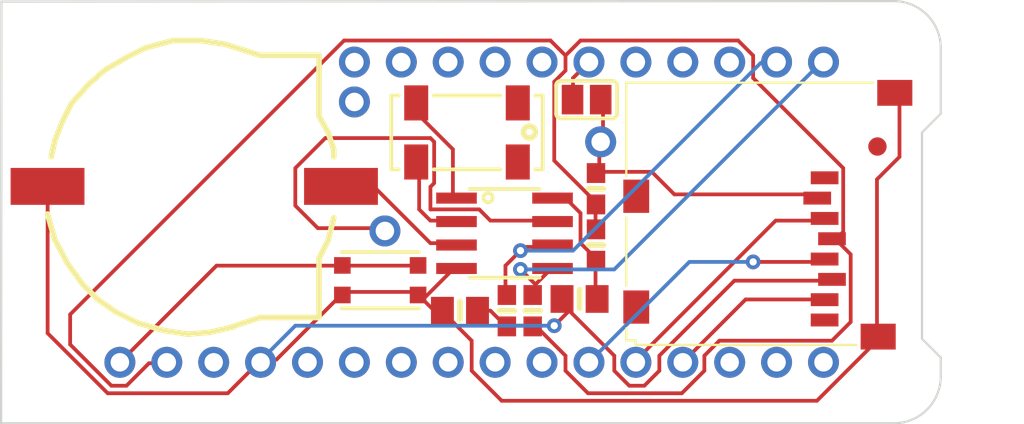
<source format=kicad_pcb>
(kicad_pcb (version 20221018) (generator pcbnew)
  (layers (0 "F.Cu" signal "Top") (31 "B.Cu" signal "Bottom") (34 "B.Paste" user) (35 "F.Paste" user) (36 "B.SilkS" user "B.Silkscreen") (37 "F.SilkS" user "F.Silkscreen") (38 "B.Mask" user) (39 "F.Mask" user) (44 "Edge.Cuts" user))
  (net 0 "")
  (net 1 "G")
  (net 2 "TX")
  (net 3 "RX")
  (net 4 "F")
  (net 5 "E")
  (net 6 "D")
  (net 7 "C")
  (net 8 "B")
  (net 9 "A")
  (net 10 "AREF")
  (net 11 "USB")
  (net 12 "N")
  (net 13 "M")
  (net 14 "L")
  (net 15 "J")
  (net 16 "I")
  (net 17 "H")
  (net 18 "SCL")
  (net 19 "SDA")
  (net 20 "GND")
  (net 21 "MOSI")
  (net 22 "MISO")
  (net 23 "SCK")
  (net 24 "+3V3")
  (net 25 "SD_CS")
  (net 26 "RESET")
  (net 27 "N$7")
  (net 28 "N$8")
  (net 29 "VBAT")
  (net 30 "EN")
  (net 31 "CR1220")
  (net 32 "INT1")
  (net 33 "CS")
  (net 34 "N$1")
  (footprint "MICROSD" (layer "F.Cu") (at 167.132 105.156 90)
    (fp_text reference "X4" hide)
    (fp_text value "microsd" hide)
    (fp_line (start -7.035 -9.76) (end -7.035 2.19) (layer "F.SilkS") (stroke (width 0.127)))
    (fp_line (start -6.785 -10.26) (end -6.785 -9.76) (layer "F.SilkS") (stroke (width 0.127)))
    (fp_line (start -6.785 -9.76) (end -7.035 -9.76) (layer "F.SilkS") (stroke (width 0.127)))
    (fp_line (start -6.135 -10.26) (end -6.785 -10.26) (layer "F.SilkS") (stroke (width 0.127)))
    (fp_line (start -3.835 -10.26) (end -0.135 -10.26) (layer "F.SilkS") (stroke (width 0.127)))
    (fp_line (start 2.115 -10.26) (end 7.165 -10.26) (layer "F.SilkS") (stroke (width 0.127)))
    (fp_line (start 7.165 -10.26) (end 7.165 3.09) (layer "F.SilkS") (stroke (width 0.127)))
    (pad "1" smd rect locked (at 2.015 0.48 90) (size 0.7 1.5) (layers "F.Cu" "F.Paste" "F.Mask"))
    (pad "2" smd rect locked (at 0.915 0.08 90) (size 0.7 1.5) (layers "F.Cu" "F.Paste" "F.Mask") (net 25 "SD_CS"))
    (pad "3" smd rect locked (at -0.185 0.48 90) (size 0.7 1.5) (layers "F.Cu" "F.Paste" "F.Mask") (net 21 "MOSI"))
    (pad "4" smd rect locked (at -1.285 0.88 90) (size 0.7 1.5) (layers "F.Cu" "F.Paste" "F.Mask") (net 24 "+3V3"))
    (pad "5" smd rect locked (at -2.385 0.48 90) (size 0.7 1.5) (layers "F.Cu" "F.Paste" "F.Mask") (net 23 "SCK"))
    (pad "6" smd rect locked (at -3.485 0.88 90) (size 0.7 1.5) (layers "F.Cu" "F.Paste" "F.Mask") (net 20 "GND"))
    (pad "7" smd rect locked (at -4.585 0.48 90) (size 0.7 1.5) (layers "F.Cu" "F.Paste" "F.Mask") (net 22 "MISO"))
    (pad "8" smd rect locked (at -5.685 0.48 90) (size 0.7 1.5) (layers "F.Cu" "F.Paste" "F.Mask"))
    (pad "CD1" smd rect locked (at -4.985 -9.72 180) (size 1.4 1.8) (layers "F.Cu" "F.Paste" "F.Mask"))
    (pad "CD2" smd rect locked (at 1.015 -9.72 180) (size 1.4 1.8) (layers "F.Cu" "F.Paste" "F.Mask"))
    (pad "MT1" smd rect locked (at -6.585 3.38 90) (size 1.4 1.9) (layers "F.Cu" "F.Paste" "F.Mask") (net 20 "GND"))
    (pad "MT2" smd rect locked (at 6.615 4.28 90) (size 1.4 1.9) (layers "F.Cu" "F.Paste" "F.Mask") (net 20 "GND"))
  )
  (footprint "BTN_KMR2_4.6X2.8" (layer "F.Cu") (at 143.5481 108.6866 180)
    (fp_text reference "SW1" hide)
    (fp_text value "KMR2" hide)
    (fp_line (start -2.1 -1.5254) (end 2.1 -1.5254) (layer "F.SilkS") (stroke (width 0.2032)))
    (fp_line (start 2.1 1.5254) (end -2.1 1.5254) (layer "F.SilkS") (stroke (width 0.2032)))
    (pad "A" smd rect (at 2.05 -0.8 180) (size 0.9 0.9) (layers "F.Cu" "F.Paste" "F.Mask") (net 20 "GND"))
    (pad "A'" smd rect (at -2.05 -0.8 180) (size 0.9 0.9) (layers "F.Cu" "F.Paste" "F.Mask") (net 20 "GND"))
    (pad "B" smd rect (at 2.05 0.8 180) (size 0.9 0.9) (layers "F.Cu" "F.Paste" "F.Mask") (net 26 "RESET"))
    (pad "B'" smd rect (at -2.05 0.8 180) (size 0.9 0.9) (layers "F.Cu" "F.Paste" "F.Mask") (net 26 "RESET"))
  )
  (footprint "SOIC8_150MIL" (layer "F.Cu") (at 150.2791 106.1466 -90)
    (fp_text reference "IC1" hide)
    (fp_text value "PCF8523T" hide)
    (fp_line (start -2.4 1.9) (end -2.4 -1.9) (layer "F.SilkS") (stroke (width 0.2032)))
    (fp_line (start 2.4 -1.9) (end 2.4 1.9) (layer "F.SilkS") (stroke (width 0.2032)))
    (fp_circle (center -1.9304 0.889) (end -1.6764 0.889) (layer "F.SilkS") (stroke (width 0.2032)) (fill none))
    (pad "1" smd rect (at -1.905 2.6 270) (size 0.6 2.2) (layers "F.Cu" "F.Paste" "F.Mask") (net 27 "N$7"))
    (pad "2" smd rect (at -0.635 2.6 270) (size 0.6 2.2) (layers "F.Cu" "F.Paste" "F.Mask") (net 28 "N$8"))
    (pad "3" smd rect (at 0.635 2.6 270) (size 0.6 2.2) (layers "F.Cu" "F.Paste" "F.Mask") (net 31 "CR1220"))
    (pad "4" smd rect (at 1.905 2.6 270) (size 0.6 2.2) (layers "F.Cu" "F.Paste" "F.Mask") (net 20 "GND"))
    (pad "5" smd rect (at 1.905 -2.6 270) (size 0.6 2.2) (layers "F.Cu" "F.Paste" "F.Mask") (net 19 "SDA"))
    (pad "6" smd rect (at 0.635 -2.6 270) (size 0.6 2.2) (layers "F.Cu" "F.Paste" "F.Mask") (net 18 "SCL"))
    (pad "7" smd rect (at -0.635 -2.6 270) (size 0.6 2.2) (layers "F.Cu" "F.Paste" "F.Mask") (net 32 "INT1"))
    (pad "8" smd rect (at -1.905 -2.6 270) (size 0.6 2.2) (layers "F.Cu" "F.Paste" "F.Mask") (net 34 "N$1"))
  )
  (footprint "CRYSTAL_8X3.8" (layer "F.Cu") (at 148.2471 100.6856)
    (fp_text reference "Y1" hide)
    (fp_text value "32khz" hide)
    (fp_line (start -4.1 -2) (end -4.1 2) (layer "F.SilkS") (stroke (width 0.2032)))
    (fp_line (start -4.1 2) (end -3.7 2) (layer "F.SilkS") (stroke (width 0.2032)))
    (fp_line (start -3.7 -2) (end -4.1 -2) (layer "F.SilkS") (stroke (width 0.2032)))
    (fp_line (start -1.8 -2) (end 1.8 -2) (layer "F.SilkS") (stroke (width 0.2032)))
    (fp_line (start -1.8 2) (end 1.8 2) (layer "F.SilkS") (stroke (width 0.2032)))
    (fp_line (start 3.7 -2) (end 4.1 -2) (layer "F.SilkS") (stroke (width 0.2032)))
    (fp_line (start 4.1 -2) (end 4.1 2) (layer "F.SilkS") (stroke (width 0.2032)))
    (fp_line (start 4.1 2) (end 3.7 2) (layer "F.SilkS") (stroke (width 0.2032)))
    (fp_circle (center 3.3782 -0.0254) (end 3.701487 -0.0254) (layer "F.SilkS") (stroke (width 0.3048)) (fill none))
    (pad "P$1" smd rect (at -2.75 1.6) (size 1.3 1.9) (layers "F.Cu" "F.Paste" "F.Mask") (net 28 "N$8"))
    (pad "P$2" smd rect (at 2.75 1.6) (size 1.3 1.9) (layers "F.Cu" "F.Paste" "F.Mask"))
    (pad "P$3" smd rect (at 2.75 -1.6) (size 1.3 1.9) (layers "F.Cu" "F.Paste" "F.Mask"))
    (pad "P$4" smd rect (at -2.75 -1.6) (size 1.3 1.9) (layers "F.Cu" "F.Paste" "F.Mask") (net 27 "N$7"))
  )
  (footprint "0603-NO" (layer "F.Cu") (at 151.8031 110.3376 -90)
    (fp_text reference "R1" hide)
    (fp_text value "10K" hide)
    (fp_line (start 0 -0.4) (end 0 0.4) (layer "F.SilkS") (stroke (width 0.3048)))
    (pad "1" smd rect (at -0.85 0 270) (size 1.075 1) (layers "F.Cu" "F.Paste" "F.Mask") (net 19 "SDA"))
    (pad "2" smd rect (at 0.85 0 270) (size 1.075 1) (layers "F.Cu" "F.Paste" "F.Mask") (net 24 "+3V3"))
  )
  (footprint "0603-NO" (layer "F.Cu") (at 150.4061 110.3376 -90)
    (fp_text reference "R2" hide)
    (fp_text value "10K" hide)
    (fp_line (start 0 -0.4) (end 0 0.4) (layer "F.SilkS") (stroke (width 0.3048)))
    (pad "1" smd rect (at -0.85 0 270) (size 1.075 1) (layers "F.Cu" "F.Paste" "F.Mask") (net 18 "SCL"))
    (pad "2" smd rect (at 0.85 0 270) (size 1.075 1) (layers "F.Cu" "F.Paste" "F.Mask") (net 24 "+3V3"))
  )
  (footprint "0603-NO" (layer "F.Cu") (at 155.2321 103.7336 -90)
    (fp_text reference "R3" hide)
    (fp_text value "100K" hide)
    (fp_line (start 0 -0.4) (end 0 0.4) (layer "F.SilkS") (stroke (width 0.3048)))
    (pad "1" smd rect (at -0.85 0 270) (size 1.075 1) (layers "F.Cu" "F.Paste" "F.Mask") (net 25 "SD_CS"))
    (pad "2" smd rect (at 0.85 0 270) (size 1.075 1) (layers "F.Cu" "F.Paste" "F.Mask") (net 24 "+3V3"))
  )
  (footprint "CR1220-2" (layer "F.Cu") (at 133.1341 103.6066)
    (fp_text reference "B1" hide)
    (fp_text value "cr1220" hide)
    (fp_line (start -7.6 1.5) (end -7.2 2.9) (layer "F.SilkS") (stroke (width 0.3048)))
    (fp_line (start -7.4 -1.6) (end -7.2 -2.5) (layer "F.SilkS") (stroke (width 0.3048)))
    (fp_line (start -7.2 -2.5) (end -6.8 -3.5) (layer "F.SilkS") (stroke (width 0.3048)))
    (fp_line (start -7.2 2.9) (end -6.5 4.2) (layer "F.SilkS") (stroke (width 0.3048)))
    (fp_line (start -6.8 -3.5) (end -6.3 -4.5) (layer "F.SilkS") (stroke (width 0.3048)))
    (fp_line (start -6.5 4.2) (end -5.7 5.3) (layer "F.SilkS") (stroke (width 0.3048)))
    (fp_line (start -6.3 -4.5) (end -5.4 -5.5) (layer "F.SilkS") (stroke (width 0.3048)))
    (fp_line (start -5.7 5.3) (end -4.9 6.1) (layer "F.SilkS") (stroke (width 0.3048)))
    (fp_line (start -5.4 -5.5) (end -4.5 -6.3) (layer "F.SilkS") (stroke (width 0.3048)))
    (fp_line (start -4.9 6.1) (end -3.9 6.8) (layer "F.SilkS") (stroke (width 0.3048)))
    (fp_line (start -4.5 -6.3) (end -3.3 -7) (layer "F.SilkS") (stroke (width 0.3048)))
    (fp_line (start -3.9 6.8) (end -2.7 7.4) (layer "F.SilkS") (stroke (width 0.3048)))
    (fp_line (start -3.3 -7) (end -2.3 -7.5) (layer "F.SilkS") (stroke (width 0.3048)))
    (fp_line (start -2.7 7.4) (end -1.3 7.8) (layer "F.SilkS") (stroke (width 0.3048)))
    (fp_line (start -2.3 -7.5) (end -0.8 -7.9) (layer "F.SilkS") (stroke (width 0.3048)))
    (fp_line (start -1.3 7.8) (end 0 8) (layer "F.SilkS") (stroke (width 0.3048)))
    (fp_line (start -0.8 -7.9) (end 0.7 -7.9) (layer "F.SilkS") (stroke (width 0.3048)))
    (fp_line (start 0 8) (end 1.2 7.9) (layer "F.SilkS") (stroke (width 0.3048)))
    (fp_line (start 0.7 -7.9) (end 2 -7.7) (layer "F.SilkS") (stroke (width 0.3048)))
    (fp_line (start 1.2 7.9) (end 2.5 7.6) (layer "F.SilkS") (stroke (width 0.3048)))
    (fp_line (start 2 -7.7) (end 3.9 -7.1) (layer "F.SilkS") (stroke (width 0.3048)))
    (fp_line (start 2.4 7.6) (end 3.9 7.1) (layer "F.SilkS") (stroke (width 0.3048)))
    (fp_line (start 3.95 -7.1) (end 7.1 -7.1) (layer "F.SilkS") (stroke (width 0.3048)))
    (fp_line (start 3.95 7.1) (end 7.1 7.1) (layer "F.SilkS") (stroke (width 0.3048)))
    (fp_line (start 7.1 -7.1) (end 7.1 -3.8) (layer "F.SilkS") (stroke (width 0.3048)))
    (fp_line (start 7.1 -3.8) (end 7.6 -2.9) (layer "F.SilkS") (stroke (width 0.3048)))
    (fp_line (start 7.1 3.9) (end 7.6 2.9) (layer "F.SilkS") (stroke (width 0.3048)))
    (fp_line (start 7.1 7.1) (end 7.1 3.9) (layer "F.SilkS") (stroke (width 0.3048)))
    (fp_line (start 7.6 -2.9) (end 7.9 -2) (layer "F.SilkS") (stroke (width 0.3048)))
    (fp_line (start 7.6 2.9) (end 7.9 1.7) (layer "F.SilkS") (stroke (width 0.3048)))
    (fp_line (start 7.9 -2) (end 7.9 -1.6) (layer "F.SilkS") (stroke (width 0.3048)))
    (pad "" np_thru_hole circle locked (at -3.5 0) (size 1.5 1.5) (drill 1.5) (layers *.Cu *.Mask))
    (pad "" np_thru_hole circle locked (at 3.95 0) (size 1.5 1.5) (drill 1.5) (layers *.Cu *.Mask))
    (pad "+" smd rect locked (at 8.29 0) (size 4 2) (layers "F.Cu" "F.Paste" "F.Mask") (net 31 "CR1220"))
    (pad "-" smd rect locked (at -7.6 0) (size 4 2) (layers "F.Cu" "F.Paste" "F.Mask") (net 20 "GND"))
  )
  (footprint "0805-NO" (layer "F.Cu") (at 154.3431 109.7026 180)
    (fp_text reference "C1" hide)
    (fp_text value "10uF" hide)
    (fp_line (start 0 -0.508) (end 0 0.508) (layer "F.SilkS") (stroke (width 0.3048)))
    (pad "1" smd rect (at -0.95 0 180) (size 1.24 1.5) (layers "F.Cu" "F.Paste" "F.Mask") (net 34 "N$1"))
    (pad "2" smd rect (at 0.95 0 180) (size 1.24 1.5) (layers "F.Cu" "F.Paste" "F.Mask") (net 20 "GND"))
  )
  (footprint "1X11_ROUND" (layer "F.Cu") (at 154.8511 96.8756)
    (fp_text reference "JP1" hide)
    (fp_text value "")
    (pad "1" thru_hole circle locked (at -12.7 0 90) (size 1.6764 1.6764) (drill 1) (layers *.Cu *.Mask) (net 30 "EN"))
    (pad "2" thru_hole circle locked (at -10.16 0 90) (size 1.6764 1.6764) (drill 1) (layers *.Cu *.Mask) (net 11 "USB"))
    (pad "3" thru_hole circle locked (at -7.62 0 90) (size 1.6764 1.6764) (drill 1) (layers *.Cu *.Mask) (net 12 "N"))
    (pad "4" thru_hole circle locked (at -5.08 0 90) (size 1.6764 1.6764) (drill 1) (layers *.Cu *.Mask) (net 13 "M"))
    (pad "5" thru_hole circle locked (at -2.54 0 90) (size 1.6764 1.6764) (drill 1) (layers *.Cu *.Mask) (net 14 "L"))
    (pad "6" thru_hole circle locked (at 0 0 90) (size 1.6764 1.6764) (drill 1) (layers *.Cu *.Mask) (net 33 "CS"))
    (pad "7" thru_hole circle locked (at 2.54 0 90) (size 1.6764 1.6764) (drill 1) (layers *.Cu *.Mask) (net 15 "J"))
    (pad "8" thru_hole circle locked (at 5.08 0 90) (size 1.6764 1.6764) (drill 1) (layers *.Cu *.Mask) (net 16 "I"))
    (pad "9" thru_hole circle locked (at 7.62 0 90) (size 1.6764 1.6764) (drill 1) (layers *.Cu *.Mask) (net 17 "H"))
    (pad "10" thru_hole circle locked (at 10.16 0 90) (size 1.6764 1.6764) (drill 1) (layers *.Cu *.Mask) (net 18 "SCL"))
    (pad "11" thru_hole circle locked (at 12.7 0 90) (size 1.6764 1.6764) (drill 1) (layers *.Cu *.Mask) (net 19 "SDA"))
  )
  (footprint "1X16_ROUND" (layer "F.Cu") (at 148.5011 113.1316 180)
    (fp_text reference "JP2" hide)
    (fp_text value "")
    (pad "1" thru_hole circle locked (at -19.05 0 270) (size 1.6764 1.6764) (drill 1) (layers *.Cu *.Mask) (net 1 "G"))
    (pad "2" thru_hole circle locked (at -16.51 0 270) (size 1.6764 1.6764) (drill 1) (layers *.Cu *.Mask) (net 2 "TX"))
    (pad "3" thru_hole circle locked (at -13.97 0 270) (size 1.6764 1.6764) (drill 1) (layers *.Cu *.Mask) (net 3 "RX"))
    (pad "4" thru_hole circle locked (at -11.43 0 270) (size 1.6764 1.6764) (drill 1) (layers *.Cu *.Mask) (net 22 "MISO"))
    (pad "5" thru_hole circle locked (at -8.89 0 270) (size 1.6764 1.6764) (drill 1) (layers *.Cu *.Mask) (net 21 "MOSI"))
    (pad "6" thru_hole circle locked (at -6.35 0 270) (size 1.6764 1.6764) (drill 1) (layers *.Cu *.Mask) (net 23 "SCK"))
    (pad "7" thru_hole circle locked (at -3.81 0 270) (size 1.6764 1.6764) (drill 1) (layers *.Cu *.Mask) (net 4 "F"))
    (pad "8" thru_hole circle locked (at -1.27 0 270) (size 1.6764 1.6764) (drill 1) (layers *.Cu *.Mask) (net 5 "E"))
    (pad "9" thru_hole circle locked (at 1.27 0 270) (size 1.6764 1.6764) (drill 1) (layers *.Cu *.Mask) (net 6 "D"))
    (pad "10" thru_hole circle locked (at 3.81 0 270) (size 1.6764 1.6764) (drill 1) (layers *.Cu *.Mask) (net 7 "C"))
    (pad "11" thru_hole circle locked (at 6.35 0 270) (size 1.6764 1.6764) (drill 1) (layers *.Cu *.Mask) (net 8 "B"))
    (pad "12" thru_hole circle locked (at 8.89 0 270) (size 1.6764 1.6764) (drill 1) (layers *.Cu *.Mask) (net 9 "A"))
    (pad "13" thru_hole circle locked (at 11.43 0 270) (size 1.6764 1.6764) (drill 1) (layers *.Cu *.Mask) (net 20 "GND"))
    (pad "14" thru_hole circle locked (at 13.97 0 270) (size 1.6764 1.6764) (drill 1) (layers *.Cu *.Mask) (net 10 "AREF"))
    (pad "15" thru_hole circle locked (at 16.51 0 270) (size 1.6764 1.6764) (drill 1) (layers *.Cu *.Mask) (net 24 "+3V3"))
    (pad "16" thru_hole circle locked (at 19.05 0 270) (size 1.6764 1.6764) (drill 1) (layers *.Cu *.Mask) (net 26 "RESET"))
  )
  (footprint "1X01_ROUND" (layer "F.Cu") (at 142.1511 99.0346)
    (fp_text reference "JP3" hide)
    (fp_text value "")
    (pad "1" thru_hole circle locked (at 0 0 90) (size 1.6764 1.6764) (drill 1) (layers *.Cu *.Mask) (net 29 "VBAT"))
  )
  (footprint "1X01_ROUND" (layer "F.Cu") (at 155.4861 101.1936)
    (fp_text reference "SDCS" hide)
    (fp_text value "")
    (pad "1" thru_hole circle (at 0 0 90) (size 1.6764 1.6764) (drill 1) (layers *.Cu *.Mask) (net 25 "SD_CS"))
  )
  (footprint "SOLDERJUMPER_CLOSEDWIRE" (layer "F.Cu") (at 154.7241 98.9076)
    (fp_text reference "SJ1" hide)
    (fp_text value "")
    (fp_line (start -1.651 0.762) (end -1.651 -0.762) (layer "F.SilkS") (stroke (width 0.2032)))
    (fp_line (start -1.397 -1.016) (end 1.397 -1.016) (layer "F.SilkS") (stroke (width 0.2032)))
    (fp_line (start 1.397 1.016) (end -1.397 1.016) (layer "F.SilkS") (stroke (width 0.2032)))
    (fp_line (start 1.651 0.762) (end 1.651 -0.762) (layer "F.SilkS") (stroke (width 0.2032)))
    (fp_arc (start -1.651 -0.762) (mid -1.576605 -0.941605) (end -1.397 -1.016) (layer "F.SilkS") (stroke (width 0.2032)))
    (fp_arc (start -1.397 1.016) (mid -1.576605 0.941605) (end -1.651 0.762) (layer "F.SilkS") (stroke (width 0.2032)))
    (fp_arc (start 1.397 -1.016) (mid 1.576605 -0.941605) (end 1.651 -0.762) (layer "F.SilkS") (stroke (width 0.2032)))
    (fp_arc (start 1.651 0.762) (mid 1.576605 0.941605) (end 1.397 1.016) (layer "F.SilkS") (stroke (width 0.2032)))
    (pad "1" smd rect (at -0.762 0) (size 1.1684 1.6002) (layers "F.Cu" "F.Mask") (net 33 "CS"))
    (pad "2" smd rect (at 0.762 0) (size 1.1684 1.6002) (layers "F.Cu" "F.Mask") (net 25 "SD_CS"))
  )
  (footprint "1X01_ROUND" (layer "F.Cu") (at 143.8021 106.0196)
    (fp_text reference "INT1" hide)
    (fp_text value "")
    (pad "1" thru_hole circle (at 0 0 90) (size 1.6764 1.6764) (drill 1) (layers *.Cu *.Mask) (net 32 "INT1"))
  )
  (footprint "FIDUCIAL_1MM" (layer "F.Cu") (at 170.4721 101.4476)
    (fp_text reference "FID1" hide)
    (fp_text value "FIDUCIAL_1MM" hide)
    (pad "1" smd roundrect (at 0 0) (size 1 1) (layers "F.Cu" "F.Mask") (roundrect_rratio 0.5))
  )
  (footprint "0603-NO" (layer "F.Cu") (at 155.2321 106.7816 -90)
    (fp_text reference "R4" hide)
    (fp_text value "1K" hide)
    (fp_line (start 0 -0.4) (end 0 0.4) (layer "F.SilkS") (stroke (width 0.3048)))
    (pad "1" smd rect (at -0.85 0 270) (size 1.075 1) (layers "F.Cu" "F.Paste" "F.Mask") (net 24 "+3V3"))
    (pad "2" smd rect (at 0.85 0 270) (size 1.075 1) (layers "F.Cu" "F.Paste" "F.Mask") (net 34 "N$1"))
  )
  (footprint "0805-NO" (layer "F.Cu") (at 147.8661 110.3376 180)
    (fp_text reference "C2" hide)
    (fp_text value "10uF" hide)
    (fp_line (start 0 -0.508) (end 0 0.508) (layer "F.SilkS") (stroke (width 0.3048)))
    (pad "1" smd rect (at -0.95 0 180) (size 1.24 1.5) (layers "F.Cu" "F.Paste" "F.Mask") (net 24 "+3V3"))
    (pad "2" smd rect (at 0.95 0 180) (size 1.24 1.5) (layers "F.Cu" "F.Paste" "F.Mask") (net 20 "GND"))
  )
  (gr_arc (start 173.9011 113.8936) (mid 173.157151 115.689651) (end 171.3611 116.4336) (layer "Edge.Cuts") (width 0.12))
  (gr_line (start 171.3611 116.4336) (end 123.02 116.4336) (layer "Edge.Cuts") (width 0.12))
  (gr_line (start 173.9011 96.1136) (end 173.9011 99.6696) (layer "Edge.Cuts") (width 0.12))
  (gr_line (start 171.3611 93.5736) (end 123.04 93.6) (layer "Edge.Cuts") (width 0.12))
  (gr_line (start 173.9011 112.8776) (end 173.9011 113.8936) (layer "Edge.Cuts") (width 0.12))
  (gr_line (start 172.8851 111.8616) (end 173.9011 112.8776) (layer "Edge.Cuts") (width 0.12))
  (gr_line (start 172.8851 100.6856) (end 172.8851 111.8616) (layer "Edge.Cuts") (width 0.12))
  (gr_line (start 173.9011 99.6696) (end 172.8851 100.6856) (layer "Edge.Cuts") (width 0.12))
  (gr_arc (start 171.3611 93.5736) (mid 173.157151 94.317549) (end 173.9011 96.1136) (layer "Edge.Cuts") (width 0.12))
  (gr_line (start 123.02 116.42) (end 123.04 93.6) (layer "Edge.Cuts") (width 0.12))
  (segment (start 151.3459 106.8832) (end 151.1427 107.0864) (width 0.2032) (layer "F.Cu") (net 18))
  (segment (start 151.1427 107.0864) (end 150.3299 107.8992) (width 0.2032) (layer "F.Cu") (net 18))
  (segment (start 150.3299 109.3216) (end 150.4061 109.4876) (width 0.2032) (layer "F.Cu") (net 18))
  (segment (start 150.3299 107.8992) (end 150.3299 109.3216) (width 0.2032) (layer "F.Cu") (net 18))
  (segment (start 152.7683 106.8832) (end 151.3459 106.8832) (width 0.2032) (layer "F.Cu") (net 18))
  (segment (start 152.7683 106.8832) (end 152.8791 106.7816) (width 0.2032) (layer "F.Cu") (net 18))
  (via (at 151.1427 107.0864) (size 0.8001) (drill 0.3937) (layers "F.Cu" "B.Cu") (net 18))
  (segment (start 164.9603 96.9264) (end 165.0111 96.8756) (width 0.2032) (layer "B.Cu") (net 18))
  (segment (start 164.1475 96.9264) (end 164.9603 96.9264) (width 0.2032) (layer "B.Cu") (net 18))
  (segment (start 151.1427 107.0864) (end 153.9875 107.0864) (width 0.2032) (layer "B.Cu") (net 18))
  (segment (start 153.9875 107.0864) (end 164.1475 96.9264) (width 0.2032) (layer "B.Cu") (net 18))
  (segment (start 152.7683 108.1024) (end 152.8791 108.0516) (width 0.2032) (layer "F.Cu") (net 19))
  (segment (start 151.1427 108.1024) (end 151.9555 108.9152) (width 0.2032) (layer "F.Cu") (net 19))
  (segment (start 151.9555 109.3216) (end 151.8031 109.4876) (width 0.2032) (layer "F.Cu") (net 19))
  (segment (start 152.7683 108.1024) (end 151.9555 108.9152) (width 0.2032) (layer "F.Cu") (net 19))
  (segment (start 151.9555 108.9152) (end 151.9555 109.3216) (width 0.2032) (layer "F.Cu") (net 19))
  (via (at 151.1427 108.1024) (size 0.8001) (drill 0.3937) (layers "F.Cu" "B.Cu") (net 19))
  (segment (start 156.2227 108.1024) (end 151.1427 108.1024) (width 0.2032) (layer "B.Cu") (net 19))
  (segment (start 167.3987 96.9264) (end 167.5511 96.8756) (width 0.2032) (layer "B.Cu") (net 19))
  (segment (start 167.3987 96.9264) (end 156.2227 108.1024) (width 0.2032) (layer "B.Cu") (net 19))
  (segment (start 156.2227 113.5888) (end 156.2227 112.776) (width 0.2032) (layer "F.Cu") (net 20))
  (segment (start 167.8051 108.712) (end 162.7251 108.712) (width 0.2032) (layer "F.Cu") (net 20))
  (segment (start 146.8755 110.3376) (end 146.9161 110.3376) (width 0.2032) (layer "F.Cu") (net 20))
  (segment (start 156.2227 112.776) (end 153.7843 110.3376) (width 0.2032) (layer "F.Cu") (net 20))
  (segment (start 136.9187 113.1824) (end 137.0711 113.1316) (width 0.2032) (layer "F.Cu") (net 20))
  (segment (start 157.8483 114.4016) (end 157.0355 114.4016) (width 0.2032) (layer "F.Cu") (net 20))
  (segment (start 145.4531 109.3216) (end 145.5981 109.4866) (width 0.2032) (layer "F.Cu") (net 20))
  (segment (start 147.4851 108.1024) (end 147.6791 108.0516) (width 0.2032) (layer "F.Cu") (net 20))
  (segment (start 167.8051 108.712) (end 167.9231 108.6156) (width 0.2032) (layer "F.Cu") (net 20))
  (segment (start 141.5923 109.3216) (end 141.4981 109.4866) (width 0.2032) (layer "F.Cu") (net 20))
  (segment (start 158.6611 113.5888) (end 157.8483 114.4016) (width 0.2032) (layer "F.Cu") (net 20))
  (segment (start 167.1955 115.2144) (end 170.2435 112.1664) (width 0.2032) (layer "F.Cu") (net 20))
  (segment (start 153.7843 110.3376) (end 153.5811 110.1344) (width 0.2032) (layer "F.Cu") (net 20))
  (segment (start 171.4627 98.552) (end 171.3231 98.5156) (width 0.2032) (layer "F.Cu") (net 20))
  (segment (start 170.4467 103.2256) (end 170.4467 111.5568) (width 0.2032) (layer "F.Cu") (net 20))
  (segment (start 162.7251 108.712) (end 158.6611 112.776) (width 0.2032) (layer "F.Cu") (net 20))
  (segment (start 148.5011 113.5888) (end 150.1267 115.2144) (width 0.2032) (layer "F.Cu") (net 20))
  (segment (start 141.3891 109.5248) (end 137.9347 112.9792) (width 0.2032) (layer "F.Cu") (net 20))
  (segment (start 153.5811 109.728) (end 153.3931 109.7026) (width 0.2032) (layer "F.Cu") (net 20))
  (segment (start 136.9187 113.1824) (end 135.2931 114.808) (width 0.2032) (layer "F.Cu") (net 20))
  (segment (start 137.1219 112.9792) (end 137.0711 113.1316) (width 0.2032) (layer "F.Cu") (net 20))
  (segment (start 152.9715 111.1504) (end 153.7843 110.3376) (width 0.2032) (layer "F.Cu") (net 20))
  (segment (start 150.1267 115.2144) (end 167.1955 115.2144) (width 0.2032) (layer "F.Cu") (net 20))
  (segment (start 146.8755 110.3376) (end 148.5011 111.9632) (width 0.2032) (layer "F.Cu") (net 20))
  (segment (start 171.4627 98.552) (end 171.6659 98.7552) (width 0.2032) (layer "F.Cu") (net 20))
  (segment (start 148.5011 111.9632) (end 148.5011 113.5888) (width 0.2032) (layer "F.Cu") (net 20))
  (segment (start 146.4691 110.3376) (end 146.8755 110.3376) (width 0.2032) (layer "F.Cu") (net 20))
  (segment (start 153.5811 110.1344) (end 153.5811 109.728) (width 0.2032) (layer "F.Cu") (net 20))
  (segment (start 157.0355 114.4016) (end 156.2227 113.5888) (width 0.2032) (layer "F.Cu") (net 20))
  (segment (start 153.7843 110.3376) (end 153.3931 109.7026) (width 0.2032) (layer "F.Cu") (net 20))
  (segment (start 141.3891 109.5248) (end 141.4981 109.4866) (width 0.2032) (layer "F.Cu") (net 20))
  (segment (start 145.8595 109.728) (end 147.4851 108.1024) (width 0.2032) (layer "F.Cu") (net 20))
  (segment (start 158.6611 112.776) (end 158.6611 113.5888) (width 0.2032) (layer "F.Cu") (net 20))
  (segment (start 135.2931 114.808) (end 128.7907 114.808) (width 0.2032) (layer "F.Cu") (net 20))
  (segment (start 145.8595 109.728) (end 146.4691 110.3376) (width 0.2032) (layer "F.Cu") (net 20))
  (segment (start 170.2435 112.1664) (end 170.2435 111.76) (width 0.2032) (layer "F.Cu") (net 20))
  (segment (start 171.6659 102.0064) (end 170.4467 103.2256) (width 0.2032) (layer "F.Cu") (net 20))
  (segment (start 125.5395 103.632) (end 125.5341 103.6066) (width 0.2032) (layer "F.Cu") (net 20))
  (segment (start 145.4531 109.3216) (end 141.5923 109.3216) (width 0.2032) (layer "F.Cu") (net 20))
  (segment (start 145.8595 109.728) (end 145.5981 109.4866) (width 0.2032) (layer "F.Cu") (net 20))
  (segment (start 125.5395 111.5568) (end 125.5395 103.632) (width 0.2032) (layer "F.Cu") (net 20))
  (segment (start 137.9347 112.9792) (end 137.1219 112.9792) (width 0.2032) (layer "F.Cu") (net 20))
  (segment (start 171.6659 98.7552) (end 171.6659 102.0064) (width 0.2032) (layer "F.Cu") (net 20))
  (segment (start 128.7907 114.808) (end 125.5395 111.5568) (width 0.2032) (layer "F.Cu") (net 20))
  (segment (start 145.6563 109.5248) (end 145.8595 109.728) (width 0.2032) (layer "F.Cu") (net 20))
  (segment (start 170.2435 111.76) (end 170.4231 111.7156) (width 0.2032) (layer "F.Cu") (net 20))
  (segment (start 145.6563 109.5248) (end 145.5981 109.4866) (width 0.2032) (layer "F.Cu") (net 20))
  (segment (start 170.4467 111.5568) (end 170.4231 111.7156) (width 0.2032) (layer "F.Cu") (net 20))
  (via (at 152.9715 111.1504) (size 0.8001) (drill 0.3937) (layers "F.Cu" "B.Cu") (net 20))
  (segment (start 137.1219 112.9792) (end 138.9507 111.1504) (width 0.2032) (layer "B.Cu") (net 20))
  (segment (start 138.9507 111.1504) (end 152.9715 111.1504) (width 0.2032) (layer "B.Cu") (net 20))
  (segment (start 137.1219 112.9792) (end 137.0711 113.1316) (width 0.2032) (layer "B.Cu") (net 20))
  (segment (start 167.3987 105.4608) (end 167.5231 105.3156) (width 0.2032) (layer "F.Cu") (net 21))
  (segment (start 157.4419 112.9792) (end 164.9603 105.4608) (width 0.2032) (layer "F.Cu") (net 21))
  (segment (start 157.4419 112.9792) (end 157.3911 113.1316) (width 0.2032) (layer "F.Cu") (net 21))
  (segment (start 164.9603 105.4608) (end 167.3987 105.4608) (width 0.2032) (layer "F.Cu") (net 21))
  (segment (start 163.3347 109.728) (end 167.3987 109.728) (width 0.2032) (layer "F.Cu") (net 22))
  (segment (start 159.9311 113.1316) (end 163.3347 109.728) (width 0.2032) (layer "F.Cu") (net 22))
  (segment (start 167.3987 109.728) (end 167.5231 109.7156) (width 0.2032) (layer "F.Cu") (net 22))
  (segment (start 167.3987 107.696) (end 167.5231 107.5156) (width 0.2032) (layer "F.Cu") (net 23))
  (segment (start 163.7411 107.696) (end 167.3987 107.696) (width 0.2032) (layer "F.Cu") (net 23))
  (via (at 163.7411 107.696) (size 0.8001) (drill 0.3937) (layers "F.Cu" "B.Cu") (net 23))
  (segment (start 160.2867 107.696) (end 163.7411 107.696) (width 0.2032) (layer "B.Cu") (net 23))
  (segment (start 154.8511 113.1316) (end 160.2867 107.696) (width 0.2032) (layer "B.Cu") (net 23))
  (segment (start 168.6179 102.616) (end 163.7411 97.7392) (width 0.2032) (layer "F.Cu") (net 24))
  (segment (start 161.0995 113.5888) (end 161.0995 112.776) (width 0.2032) (layer "F.Cu") (net 24))
  (segment (start 163.7411 96.52) (end 162.9283 95.7072) (width 0.2032) (layer "F.Cu") (net 24))
  (segment (start 163.7411 97.7392) (end 163.7411 96.52) (width 0.2032) (layer "F.Cu") (net 24))
  (segment (start 155.2067 105.8672) (end 155.2321 105.9316) (width 0.2032) (layer "F.Cu") (net 24))
  (segment (start 154.8003 114.808) (end 159.8803 114.808) (width 0.2032) (layer "F.Cu") (net 24))
  (segment (start 151.9555 111.1504) (end 153.5811 112.776) (width 0.2032) (layer "F.Cu") (net 24))
  (segment (start 152.9715 102.2096) (end 155.2067 104.4448) (width 0.2032) (layer "F.Cu") (net 24))
  (segment (start 129.8067 114.4016) (end 131.0259 113.1824) (width 0.2032) (layer "F.Cu") (net 24))
  (segment (start 126.7587 112.1664) (end 128.9939 114.4016) (width 0.2032) (layer "F.Cu") (net 24))
  (segment (start 152.7683 95.7072) (end 141.5923 95.7072) (width 0.2032) (layer "F.Cu") (net 24))
  (segment (start 168.6179 106.0704) (end 168.6179 102.616) (width 0.2032) (layer "F.Cu") (net 24))
  (segment (start 153.5811 96.52) (end 152.7683 95.7072) (width 0.2032) (layer "F.Cu") (net 24))
  (segment (start 150.5331 111.1504) (end 150.4061 111.1876) (width 0.2032) (layer "F.Cu") (net 24))
  (segment (start 153.5811 96.52) (end 153.5811 97.3328) (width 0.2032) (layer "F.Cu") (net 24))
  (segment (start 161.9123 111.9632) (end 168.0083 111.9632) (width 0.2032) (layer "F.Cu") (net 24))
  (segment (start 153.5811 97.3328) (end 152.9715 97.9424) (width 0.2032) (layer "F.Cu") (net 24))
  (segment (start 151.7523 111.1504) (end 150.5331 111.1504) (width 0.2032) (layer "F.Cu") (net 24))
  (segment (start 168.0083 106.4768) (end 167.9231 106.4156) (width 0.2032) (layer "F.Cu") (net 24))
  (segment (start 168.2115 106.4768) (end 168.0083 106.4768) (width 0.2032) (layer "F.Cu") (net 24))
  (segment (start 169.0243 110.9472) (end 169.0243 107.2896) (width 0.2032) (layer "F.Cu") (net 24))
  (segment (start 150.3299 111.1504) (end 149.5171 110.3376) (width 0.2032) (layer "F.Cu") (net 24))
  (segment (start 152.9715 97.9424) (end 152.9715 102.2096) (width 0.2032) (layer "F.Cu") (net 24))
  (segment (start 168.2115 106.4768) (end 167.9231 106.4156) (width 0.2032) (layer "F.Cu") (net 24))
  (segment (start 131.8387 113.1824) (end 131.9911 113.1316) (width 0.2032) (layer "F.Cu") (net 24))
  (segment (start 149.5171 110.3376) (end 148.8161 110.3376) (width 0.2032) (layer "F.Cu") (net 24))
  (segment (start 153.5811 112.776) (end 153.5811 113.5888) (width 0.2032) (layer "F.Cu") (net 24))
  (segment (start 155.2067 104.648) (end 155.2067 105.8672) (width 0.2032) (layer "F.Cu") (net 24))
  (segment (start 128.9939 114.4016) (end 129.8067 114.4016) (width 0.2032) (layer "F.Cu") (net 24))
  (segment (start 154.3939 95.7072) (end 153.5811 96.52) (width 0.2032) (layer "F.Cu") (net 24))
  (segment (start 151.7523 111.1504) (end 151.8031 111.1876) (width 0.2032) (layer "F.Cu") (net 24))
  (segment (start 141.5923 95.7072) (end 126.7587 110.5408) (width 0.2032) (layer "F.Cu") (net 24))
  (segment (start 131.0259 113.1824) (end 131.8387 113.1824) (width 0.2032) (layer "F.Cu") (net 24))
  (segment (start 153.5811 113.5888) (end 154.8003 114.808) (width 0.2032) (layer "F.Cu") (net 24))
  (segment (start 155.2067 104.4448) (end 155.2321 104.5836) (width 0.2032) (layer "F.Cu") (net 24))
  (segment (start 168.2115 106.4768) (end 168.6179 106.0704) (width 0.2032) (layer "F.Cu") (net 24))
  (segment (start 159.8803 114.808) (end 161.0995 113.5888) (width 0.2032) (layer "F.Cu") (net 24))
  (segment (start 161.0995 112.776) (end 161.9123 111.9632) (width 0.2032) (layer "F.Cu") (net 24))
  (segment (start 126.7587 110.5408) (end 126.7587 112.1664) (width 0.2032) (layer "F.Cu") (net 24))
  (segment (start 162.9283 95.7072) (end 154.3939 95.7072) (width 0.2032) (layer "F.Cu") (net 24))
  (segment (start 169.0243 107.2896) (end 168.2115 106.4768) (width 0.2032) (layer "F.Cu") (net 24))
  (segment (start 151.9555 111.1504) (end 151.8031 111.1876) (width 0.2032) (layer "F.Cu") (net 24))
  (segment (start 150.3299 111.1504) (end 150.4061 111.1876) (width 0.2032) (layer "F.Cu") (net 24))
  (segment (start 155.2067 104.648) (end 155.2321 104.5836) (width 0.2032) (layer "F.Cu") (net 24))
  (segment (start 168.0083 111.9632) (end 169.0243 110.9472) (width 0.2032) (layer "F.Cu") (net 24))
  (segment (start 159.4739 104.0384) (end 166.9923 104.0384) (width 0.2032) (layer "F.Cu") (net 25))
  (segment (start 155.4099 102.8192) (end 158.2547 102.8192) (width 0.2032) (layer "F.Cu") (net 25))
  (segment (start 155.6131 101.1936) (end 155.4861 101.1936) (width 0.2032) (layer "F.Cu") (net 25))
  (segment (start 155.6131 101.1936) (end 155.6131 98.9584) (width 0.2032) (layer "F.Cu") (net 25))
  (segment (start 155.4099 101.1936) (end 155.4861 101.1936) (width 0.2032) (layer "F.Cu") (net 25))
  (segment (start 166.9923 104.0384) (end 167.1231 104.2156) (width 0.2032) (layer "F.Cu") (net 25))
  (segment (start 155.4099 102.8192) (end 155.2321 102.8836) (width 0.2032) (layer "F.Cu") (net 25))
  (segment (start 158.2547 102.8192) (end 159.4739 104.0384) (width 0.2032) (layer "F.Cu") (net 25))
  (segment (start 155.6131 98.9584) (end 155.4861 98.9076) (width 0.2032) (layer "F.Cu") (net 25))
  (segment (start 155.4099 101.1936) (end 155.4099 102.8192) (width 0.2032) (layer "F.Cu") (net 25))
  (segment (start 141.5923 107.8992) (end 141.4981 107.8866) (width 0.2032) (layer "F.Cu") (net 26))
  (segment (start 141.3891 107.8992) (end 141.4981 107.8866) (width 0.2032) (layer "F.Cu") (net 26))
  (segment (start 134.6835 107.8992) (end 141.3891 107.8992) (width 0.2032) (layer "F.Cu") (net 26))
  (segment (start 145.4531 107.8992) (end 145.5981 107.8866) (width 0.2032) (layer "F.Cu") (net 26))
  (segment (start 129.4511 113.1316) (end 134.6835 107.8992) (width 0.2032) (layer "F.Cu") (net 26))
  (segment (start 145.4531 107.8992) (end 141.5923 107.8992) (width 0.2032) (layer "F.Cu") (net 26))
  (segment (start 147.4851 104.2416) (end 147.4851 101.6) (width 0.2032) (layer "F.Cu") (net 27))
  (segment (start 147.4851 104.2416) (end 147.6791 104.2416) (width 0.2032) (layer "F.Cu") (net 27))
  (segment (start 145.6563 99.1616) (end 145.4971 99.0856) (width 0.2032) (layer "F.Cu") (net 27))
  (segment (start 147.4851 101.6) (end 145.6563 99.7712) (width 0.2032) (layer "F.Cu") (net 27))
  (segment (start 145.6563 99.7712) (end 145.6563 99.1616) (width 0.2032) (layer "F.Cu") (net 27))
  (segment (start 147.4851 105.4608) (end 146.2659 105.4608) (width 0.2032) (layer "F.Cu") (net 28))
  (segment (start 145.6563 104.8512) (end 145.6563 102.4128) (width 0.2032) (layer "F.Cu") (net 28))
  (segment (start 146.2659 105.4608) (end 145.6563 104.8512) (width 0.2032) (layer "F.Cu") (net 28))
  (segment (start 145.6563 102.4128) (end 145.4971 102.2856) (width 0.2032) (layer "F.Cu") (net 28))
  (segment (start 147.4851 105.4608) (end 147.6791 105.5116) (width 0.2032) (layer "F.Cu") (net 28))
  (segment (start 141.5923 103.632) (end 143.2179 103.632) (width 0.2032) (layer "F.Cu") (net 31))
  (segment (start 146.2659 106.68) (end 147.4851 106.68) (width 0.2032) (layer "F.Cu") (net 31))
  (segment (start 143.2179 103.632) (end 146.2659 106.68) (width 0.2032) (layer "F.Cu") (net 31))
  (segment (start 141.5923 103.632) (end 141.4241 103.6066) (width 0.2032) (layer "F.Cu") (net 31))
  (segment (start 147.4851 106.68) (end 147.6791 106.7816) (width 0.2032) (layer "F.Cu") (net 31))
  (segment (start 140.5763 100.9904) (end 146.2659 100.9904) (width 0.2032) (layer "F.Cu") (net 32))
  (segment (start 146.2659 103.632) (end 146.2659 104.8512) (width 0.2032) (layer "F.Cu") (net 32))
  (segment (start 138.9507 104.648) (end 138.9507 102.616) (width 0.2032) (layer "F.Cu") (net 32))
  (segment (start 149.5171 105.4608) (end 152.7683 105.4608) (width 0.2032) (layer "F.Cu") (net 32))
  (segment (start 146.2659 100.9904) (end 146.4691 101.1936) (width 0.2032) (layer "F.Cu") (net 32))
  (segment (start 152.7683 105.4608) (end 152.8791 105.5116) (width 0.2032) (layer "F.Cu") (net 32))
  (segment (start 143.6243 105.8672) (end 140.1699 105.8672) (width 0.2032) (layer "F.Cu") (net 32))
  (segment (start 140.1699 105.8672) (end 138.9507 104.648) (width 0.2032) (layer "F.Cu") (net 32))
  (segment (start 146.2659 104.8512) (end 148.9075 104.8512) (width 0.2032) (layer "F.Cu") (net 32))
  (segment (start 148.9075 104.8512) (end 149.5171 105.4608) (width 0.2032) (layer "F.Cu") (net 32))
  (segment (start 146.4691 103.4288) (end 146.2659 103.632) (width 0.2032) (layer "F.Cu") (net 32))
  (segment (start 143.6243 105.8672) (end 143.8021 106.0196) (width 0.2032) (layer "F.Cu") (net 32))
  (segment (start 138.9507 102.616) (end 140.5763 100.9904) (width 0.2032) (layer "F.Cu") (net 32))
  (segment (start 146.4691 101.1936) (end 146.4691 103.4288) (width 0.2032) (layer "F.Cu") (net 32))
  (segment (start 154.8511 96.8756) (end 153.9875 97.7392) (width 0.2032) (layer "F.Cu") (net 33))
  (segment (start 153.9875 98.7552) (end 153.9621 98.9076) (width 0.2032) (layer "F.Cu") (net 33))
  (segment (start 153.9875 97.7392) (end 153.9875 98.7552) (width 0.2032) (layer "F.Cu") (net 33))
  (segment (start 155.2067 107.4928) (end 155.2321 107.6316) (width 0.2032) (layer "F.Cu") (net 34))
  (segment (start 155.2067 109.5248) (end 155.2067 107.696) (width 0.2032) (layer "F.Cu") (net 34))
  (segment (start 152.8791 104.2416) (end 153.5811 104.2416) (width 0.2032) (layer "F.Cu") (net 34))
  (segment (start 155.2067 109.5248) (end 155.2931 109.7026) (width 0.2032) (layer "F.Cu") (net 34))
  (segment (start 153.5811 104.2416) (end 154.3939 105.0544) (width 0.2032) (layer "F.Cu") (net 34))
  (segment (start 155.2067 107.696) (end 155.2321 107.6316) (width 0.2032) (layer "F.Cu") (net 34))
  (segment (start 154.3939 105.0544) (end 154.3939 106.68) (width 0.2032) (layer "F.Cu") (net 34))
  (segment (start 154.3939 106.68) (end 155.2067 107.4928) (width 0.2032) (layer "F.Cu") (net 34))
)
</source>
